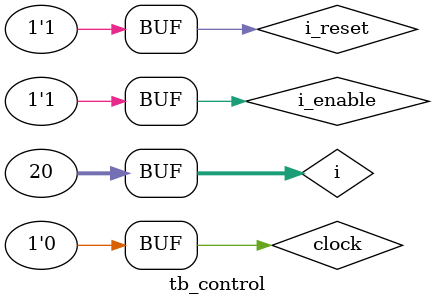
<source format=v>
/*
Fundaci�n Fulgor.
Asignatura: Dise�o Digital.
Trabajo practico: 5
Alumno: Bucca Matias.
titulo: 
descripcion:
notas:
*/
`timescale 1 ns/10 ps  // time-unit = 1 ns, precision = 10 ps
module tb_control;
    parameter N_sym = 20;
    integer tb_o_prbsx;
    integer i;

    reg                   i_reset  ;
    reg                   i_enable ;
    wire                  o_valid  ;
    reg                   clock    ;

    initial
    begin 
    clock               = 1'b0       ;
    i_reset             = 1'b0       ;
    i_enable            = 1'b0       ;
    #10
    i_reset             = 1'b1       ;
    i_enable            = 1'b1       ;
    for (i=0; i<N_sym; i=i+1)
        begin
            clock = ~clock;
            #10;
            clock = ~clock;
            #10;
        end
    end

control
    u_control
    (
    .i_reset(i_reset),
    .i_enable(i_enable),
    .clock(clock),
    .o_valid(o_valid)
    );
endmodule
</source>
